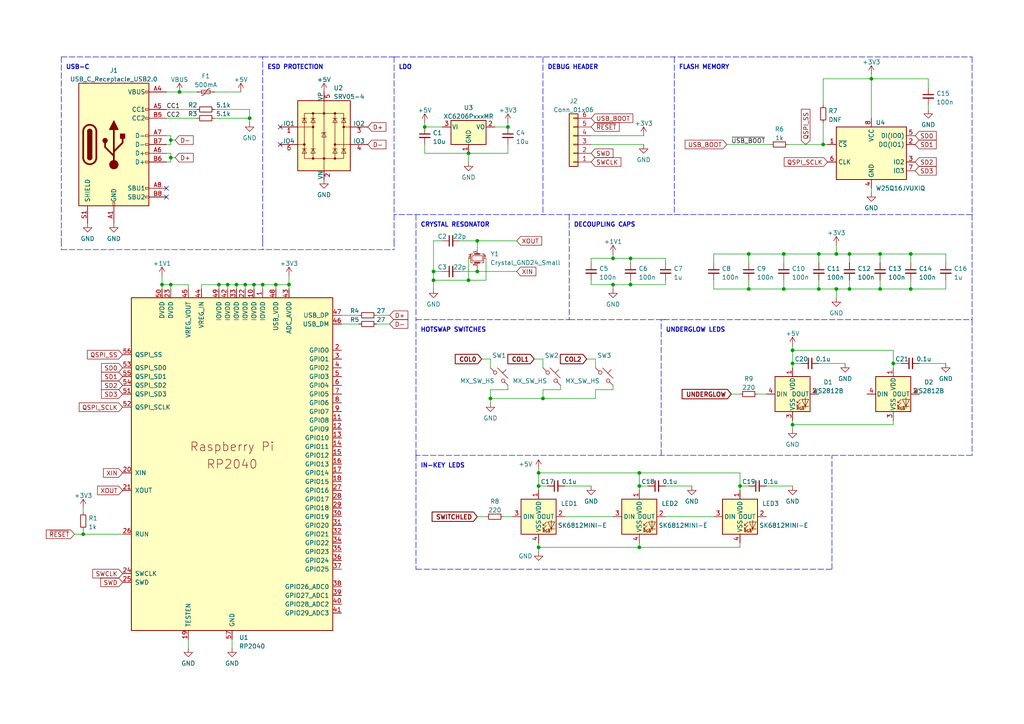
<source format=kicad_sch>
(kicad_sch (version 20211123) (generator eeschema)
  (paper "A4")
  (title_block (title "RP2040 3K KEYPAD") (company "tokaku"))
  (lib_symbols
    (symbol "Connector:USB_C_Receptacle_USB2.0" (pin_names (offset 1.016))
      (property "Reference" "J" (at -10.16 19.05 0))
      (property "Value" "USB_C_Receptacle_USB2.0" (at 19.05 19.05 0))
      (symbol "USB_C_Receptacle_USB2.0_1_1"
        (pin passive line (at 0 -22.86 90) (length 5.08) (name "GND") (number "A1"))
        (pin passive line (at 0 -22.86 90) (length 5.08) hide (name "GND") (number "A12"))
        (pin passive line (at 15.24 15.24 180) (length 5.08) (name "VBUS") (number "A4"))
        (pin bidirectional line (at 15.24 10.16 180) (length 5.08) (name "CC1") (number "A5"))
        (pin bidirectional line (at 15.24 -2.54 180) (length 5.08) (name "D+") (number "A6"))
        (pin bidirectional line (at 15.24 2.54 180) (length 5.08) (name "D-") (number "A7"))
        (pin bidirectional line (at 15.24 -12.7 180) (length 5.08) (name "SBU1") (number "A8"))
        (pin passive line (at 15.24 15.24 180) (length 5.08) hide (name "VBUS") (number "A9"))
        (pin passive line (at 0 -22.86 90) (length 5.08) hide (name "GND") (number "B1"))
        (pin passive line (at 0 -22.86 90) (length 5.08) hide (name "GND") (number "B12"))
        (pin passive line (at 15.24 15.24 180) (length 5.08) hide (name "VBUS") (number "B4"))
        (pin bidirectional line (at 15.24 7.62 180) (length 5.08) (name "CC2") (number "B5"))
        (pin bidirectional line (at 15.24 -5.08 180) (length 5.08) (name "D+") (number "B6"))
        (pin bidirectional line (at 15.24 0 180) (length 5.08) (name "D-") (number "B7"))
        (pin bidirectional line (at 15.24 -15.24 180) (length 5.08) (name "SBU2") (number "B8"))
        (pin passive line (at 15.24 15.24 180) (length 5.08) hide (name "VBUS") (number "B9"))
        (pin passive line (at -7.62 -22.86 90) (length 5.08) (name "SHIELD") (number "S1"))
      )
    )
    (symbol "Connector_Generic:Conn_01x06" (pin_names (offset 1.016) hide)
      (property "Reference" "J" (at 0 7.62 0))
      (property "Value" "Conn_01x06" (at 0 -10.16 0))
      (symbol "Conn_01x06_1_1"
        (pin passive line (at -5.08 5.08 0) (length 3.81) (name "Pin_1") (number "1"))
        (pin passive line (at -5.08 2.54 0) (length 3.81) (name "Pin_2") (number "2"))
        (pin passive line (at -5.08 0 0) (length 3.81) (name "Pin_3") (number "3"))
        (pin passive line (at -5.08 -2.54 0) (length 3.81) (name "Pin_4") (number "4"))
        (pin passive line (at -5.08 -5.08 0) (length 3.81) (name "Pin_5") (number "5"))
        (pin passive line (at -5.08 -7.62 0) (length 3.81) (name "Pin_6") (number "6"))
      )
    )
    (symbol "Device:C_Small" (pin_numbers hide) (pin_names (offset 0.254) hide)
      (property "Reference" "C" (at 0.254 1.778 0))
      (property "Value" "C_Small" (at 0.254 -2.032 0))
      (symbol "C_Small_1_1"
        (pin passive line (at 0 2.54 270) (length 2.032) (name "~") (number "1"))
        (pin passive line (at 0 -2.54 90) (length 2.032) (name "~") (number "2"))
      )
    )
    (symbol "Device:Crystal_GND24_Small" (pin_names (offset 1.016) hide)
      (property "Reference" "Y" (at 1.27 4.445 0))
      (property "Value" "Crystal_GND24_Small" (at 1.27 2.54 0))
      (symbol "Crystal_GND24_Small_1_1"
        (pin passive line (at -2.54 0 0) (length 1.27) (name "1") (number "1"))
        (pin passive line (at 0 -2.54 90) (length 0.635) (name "2") (number "2"))
        (pin passive line (at 2.54 0 180) (length 1.27) (name "3") (number "3"))
        (pin passive line (at 0 2.54 270) (length 0.635) (name "4") (number "4"))
      )
    )
    (symbol "Device:Polyfuse_Small" (pin_numbers hide) (pin_names (offset 0))
      (property "Reference" "F" (at -1.905 0 90))
      (property "Value" "Polyfuse_Small" (at 1.905 0 90))
      (symbol "Polyfuse_Small_1_1"
        (pin passive line (at 0 2.54 270) (length 0.635) (name "~") (number "1"))
        (pin passive line (at 0 -2.54 90) (length 0.635) (name "~") (number "2"))
      )
    )
    (symbol "Device:R_Small" (pin_numbers hide) (pin_names (offset 0.254) hide)
      (property "Reference" "R" (at 0.762 0.508 0))
      (property "Value" "R_Small" (at 0.762 -1.016 0))
      (symbol "R_Small_1_1"
        (pin passive line (at 0 2.54 270) (length 0.762) (name "~") (number "1"))
        (pin passive line (at 0 -2.54 90) (length 0.762) (name "~") (number "2"))
      )
    )
    (symbol "LED:WS2812B" (pin_names (offset 0.254))
      (property "Reference" "D" (at 5.08 5.715 0))
      (property "Value" "WS2812B" (at 1.27 -5.715 0))
      (symbol "WS2812B_0_0"
        (text "RGB" (at 2.286 -4.191 0) (effects (font (size 0.762 0.762))))
      )
      (symbol "WS2812B_1_1"
        (pin power_in line (at 0 7.62 270) (length 2.54) (name "VDD") (number "1"))
        (pin output line (at 7.62 0 180) (length 2.54) (name "DOUT") (number "2"))
        (pin power_in line (at 0 -7.62 90) (length 2.54) (name "VSS") (number "3"))
        (pin input line (at -7.62 0 0) (length 2.54) (name "DIN") (number "4"))
      )
    )
    (symbol "MCU_RaspberryPi_RP2040:RP2040" (pin_names (offset 1.016))
      (property "Reference" "U" (at -29.21 49.53 0))
      (property "Value" "RP2040" (at 24.13 -49.53 0))
      (symbol "RP2040_0_0"
        (text "Raspberry Pi" (at 0 5.08 0) (effects (font (size 2.54 2.54))))
        (text "RP2040" (at 0 0 0) (effects (font (size 2.54 2.54))))
      )
      (symbol "RP2040_1_1"
        (pin power_in line (at 8.89 50.8 270) (length 2.54) (name "IOVDD") (number "1"))
        (pin power_in line (at 6.35 50.8 270) (length 2.54) (name "IOVDD") (number "10"))
        (pin bidirectional line (at 31.75 12.7 180) (length 2.54) (name "GPIO8") (number "11"))
        (pin bidirectional line (at 31.75 10.16 180) (length 2.54) (name "GPIO9") (number "12"))
        (pin bidirectional line (at 31.75 7.62 180) (length 2.54) (name "GPIO10") (number "13"))
        (pin bidirectional line (at 31.75 5.08 180) (length 2.54) (name "GPIO11") (number "14"))
        (pin bidirectional line (at 31.75 2.54 180) (length 2.54) (name "GPIO12") (number "15"))
        (pin bidirectional line (at 31.75 0 180) (length 2.54) (name "GPIO13") (number "16"))
        (pin bidirectional line (at 31.75 -2.54 180) (length 2.54) (name "GPIO14") (number "17"))
        (pin bidirectional line (at 31.75 -5.08 180) (length 2.54) (name "GPIO15") (number "18"))
        (pin passive line (at -12.7 -50.8 90) (length 2.54) (name "TESTEN") (number "19"))
        (pin bidirectional line (at 31.75 33.02 180) (length 2.54) (name "GPIO0") (number "2"))
        (pin input line (at -31.75 -2.54 0) (length 2.54) (name "XIN") (number "20"))
        (pin passive line (at -31.75 -7.62 0) (length 2.54) (name "XOUT") (number "21"))
        (pin power_in line (at 3.81 50.8 270) (length 2.54) (name "IOVDD") (number "22"))
        (pin power_in line (at -17.78 50.8 270) (length 2.54) (name "DVDD") (number "23"))
        (pin output line (at -31.75 -31.75 0) (length 2.54) (name "SWCLK") (number "24"))
        (pin bidirectional line (at -31.75 -34.29 0) (length 2.54) (name "SWD") (number "25"))
        (pin input line (at -31.75 -20.32 0) (length 2.54) (name "RUN") (number "26"))
        (pin bidirectional line (at 31.75 -7.62 180) (length 2.54) (name "GPIO16") (number "27"))
        (pin bidirectional line (at 31.75 -10.16 180) (length 2.54) (name "GPIO17") (number "28"))
        (pin bidirectional line (at 31.75 -12.7 180) (length 2.54) (name "GPIO18") (number "29"))
        (pin bidirectional line (at 31.75 30.48 180) (length 2.54) (name "GPIO1") (number "3"))
        (pin bidirectional line (at 31.75 -15.24 180) (length 2.54) (name "GPIO19") (number "30"))
        (pin bidirectional line (at 31.75 -17.78 180) (length 2.54) (name "GPIO20") (number "31"))
        (pin bidirectional line (at 31.75 -20.32 180) (length 2.54) (name "GPIO21") (number "32"))
        (pin power_in line (at 1.27 50.8 270) (length 2.54) (name "IOVDD") (number "33"))
        (pin bidirectional line (at 31.75 -22.86 180) (length 2.54) (name "GPIO22") (number "34"))
        (pin bidirectional line (at 31.75 -25.4 180) (length 2.54) (name "GPIO23") (number "35"))
        (pin bidirectional line (at 31.75 -27.94 180) (length 2.54) (name "GPIO24") (number "36"))
        (pin bidirectional line (at 31.75 -30.48 180) (length 2.54) (name "GPIO25") (number "37"))
        (pin bidirectional line (at 31.75 -35.56 180) (length 2.54) (name "GPIO26_ADC0") (number "38"))
        (pin bidirectional line (at 31.75 -38.1 180) (length 2.54) (name "GPIO27_ADC1") (number "39"))
        (pin bidirectional line (at 31.75 27.94 180) (length 2.54) (name "GPIO2") (number "4"))
        (pin bidirectional line (at 31.75 -40.64 180) (length 2.54) (name "GPIO28_ADC2") (number "40"))
        (pin bidirectional line (at 31.75 -43.18 180) (length 2.54) (name "GPIO29_ADC3") (number "41"))
        (pin power_in line (at -1.27 50.8 270) (length 2.54) (name "IOVDD") (number "42"))
        (pin power_in line (at 16.51 50.8 270) (length 2.54) (name "ADC_AVDD") (number "43"))
        (pin power_in line (at -8.89 50.8 270) (length 2.54) (name "VREG_IN") (number "44"))
        (pin power_out line (at -12.7 50.8 270) (length 2.54) (name "VREG_VOUT") (number "45"))
        (pin bidirectional line (at 31.75 40.64 180) (length 2.54) (name "USB_DM") (number "46"))
        (pin bidirectional line (at 31.75 43.18 180) (length 2.54) (name "USB_DP") (number "47"))
        (pin power_in line (at 12.7 50.8 270) (length 2.54) (name "USB_VDD") (number "48"))
        (pin power_in line (at -3.81 50.8 270) (length 2.54) (name "IOVDD") (number "49"))
        (pin bidirectional line (at 31.75 25.4 180) (length 2.54) (name "GPIO3") (number "5"))
        (pin power_in line (at -20.32 50.8 270) (length 2.54) (name "DVDD") (number "50"))
        (pin bidirectional line (at -31.75 20.32 0) (length 2.54) (name "QSPI_SD3") (number "51"))
        (pin output line (at -31.75 16.51 0) (length 2.54) (name "QSPI_SCLK") (number "52"))
        (pin bidirectional line (at -31.75 27.94 0) (length 2.54) (name "QSPI_SD0") (number "53"))
        (pin bidirectional line (at -31.75 22.86 0) (length 2.54) (name "QSPI_SD2") (number "54"))
        (pin bidirectional line (at -31.75 25.4 0) (length 2.54) (name "QSPI_SD1") (number "55"))
        (pin bidirectional line (at -31.75 31.75 0) (length 2.54) (name "QSPI_SS") (number "56"))
        (pin power_in line (at 0 -50.8 90) (length 2.54) (name "GND") (number "57"))
        (pin bidirectional line (at 31.75 22.86 180) (length 2.54) (name "GPIO4") (number "6"))
        (pin bidirectional line (at 31.75 20.32 180) (length 2.54) (name "GPIO5") (number "7"))
        (pin bidirectional line (at 31.75 17.78 180) (length 2.54) (name "GPIO6") (number "8"))
        (pin bidirectional line (at 31.75 15.24 180) (length 2.54) (name "GPIO7") (number "9"))
      )
    )
    (symbol "Memory_Flash:W25Q32JVSS"
      (property "Reference" "U" (at -8.89 8.89 0))
      (property "Value" "W25Q32JVSS" (at 7.62 8.89 0))
      (symbol "W25Q32JVSS_1_1"
        (pin input line (at -12.7 2.54 0) (length 2.54) (name "~{CS}") (number "1"))
        (pin bidirectional line (at 12.7 2.54 180) (length 2.54) (name "DO(IO1)") (number "2"))
        (pin bidirectional line (at 12.7 -2.54 180) (length 2.54) (name "IO2") (number "3"))
        (pin power_in line (at 0 -10.16 90) (length 2.54) (name "GND") (number "4"))
        (pin bidirectional line (at 12.7 5.08 180) (length 2.54) (name "DI(IO0)") (number "5"))
        (pin input line (at -12.7 -2.54 0) (length 2.54) (name "CLK") (number "6"))
        (pin bidirectional line (at 12.7 -5.08 180) (length 2.54) (name "IO3") (number "7"))
        (pin power_in line (at 0 10.16 270) (length 2.54) (name "VCC") (number "8"))
      )
    )
    (symbol "Regulator_Linear:XC6206PxxxMR" (pin_names (offset 0.254))
      (property "Reference" "U" (at -3.81 3.175 0))
      (property "Value" "XC6206PxxxMR" (at 0 3.175 0))
      (symbol "XC6206PxxxMR_1_1"
        (pin power_in line (at 0 -7.62 90) (length 2.54) (name "GND") (number "1"))
        (pin power_out line (at 7.62 0 180) (length 2.54) (name "VO") (number "2"))
        (pin power_in line (at -7.62 0 0) (length 2.54) (name "VI") (number "3"))
      )
    )
    (symbol "marbastlib-mx:MX_SW_HS" (pin_numbers hide) (pin_names (offset 1.016) hide)
      (property "Reference" "SW" (at 3.048 1.016 0))
      (property "Value" "MX_SW_HS" (at 0 -3.81 0))
      (symbol "MX_SW_HS_0_1"
        (pin passive line (at -2.54 2.54 0) (length 0) (name "1") (number "1"))
        (pin passive line (at 2.54 -2.54 180) (length 0) (name "2") (number "2"))
      )
    )
    (symbol "marbastlib-various:SK6812MINI-E"
      (property "Reference" "LED" (at 2.54 -6.35 0))
      (property "Value" "SK6812MINI-E" (at 7.62 6.35 0))
      (symbol "SK6812MINI-E_0_0"
        (text "RGB" (at 2.286 -4.191 0) (effects (font (size 0.762 0.762))))
      )
      (symbol "SK6812MINI-E_1_1"
        (pin power_in line (at 0 7.62 270) (length 2.54) (name "VDD") (number "1"))
        (pin output line (at 7.62 0 180) (length 2.54) (name "DOUT") (number "2"))
        (pin input line (at -7.62 0 0) (length 2.54) (name "DIN") (number "3"))
        (pin power_in line (at 0 -7.62 90) (length 2.54) (name "VSS") (number "4"))
      )
    )
    (symbol "marbastlib-various:SRV05-4" (pin_names (offset 0))
      (property "Reference" "U" (at -5.08 11.43 0))
      (property "Value" "SRV05-4" (at 2.54 11.43 0))
      (symbol "SRV05-4_1_1"
        (pin passive line (at -12.7 2.54 0) (length 5.08) (name "IO1") (number "1"))
        (pin passive line (at 0 -12.7 90) (length 2.54) (name "VN") (number "2"))
        (pin passive line (at 12.7 2.54 180) (length 5.08) (name "IO2") (number "3"))
        (pin passive line (at 12.7 -2.54 180) (length 5.08) (name "IO3") (number "4"))
        (pin passive line (at 0 12.7 270) (length 2.54) (name "VP") (number "5"))
        (pin passive line (at -12.7 -2.54 0) (length 5.08) (name "IO4") (number "6"))
      )
    )
    (symbol "power:+1V1" (power) (pin_names (offset 0))
      (property "Value" "+1V1" (at 0 3.556 0))
      (symbol "+1V1_1_1"
        (pin power_in line (at 0 0 90) (length 0) hide (name "+1V1") (number "1"))
      )
    )
    (symbol "power:+3V3" (power) (pin_names (offset 0))
      (property "Value" "+3V3" (at 0 3.556 0))
      (symbol "+3V3_1_1"
        (pin power_in line (at 0 0 90) (length 0) hide (name "+3V3") (number "1"))
      )
    )
    (symbol "power:+5V" (power) (pin_names (offset 0))
      (property "Value" "+5V" (at 0 3.556 0))
      (symbol "+5V_1_1"
        (pin power_in line (at 0 0 90) (length 0) hide (name "+5V") (number "1"))
      )
    )
    (symbol "power:GND" (power) (pin_names (offset 0))
      (property "Value" "GND" (at 0 -3.81 0))
      (symbol "GND_1_1"
        (pin power_in line (at 0 0 270) (length 0) hide (name "GND") (number "1"))
      )
    )
    (symbol "power:VBUS" (power) (pin_names (offset 0))
      (property "Value" "VBUS" (at 0 3.81 0))
      (symbol "VBUS_1_1"
        (pin power_in line (at 0 0 90) (length 0) hide (name "VBUS") (number "1"))
      )
    )
  )
  (junction (at 182.88 74.93))
  (junction (at 182.88 82.55))
  (junction (at 123.19 36.83))
  (junction (at 255.27 83.82))
  (junction (at 242.57 73.66))
  (junction (at 156.21 140.97))
  (junction (at 242.57 83.82))
  (junction (at 259.08 105.41))
  (junction (at 156.21 158.75))
  (junction (at 63.5 82.55))
  (junction (at 66.04 82.55))
  (junction (at 177.8 74.93))
  (junction (at 214.63 140.97))
  (junction (at 217.17 73.66))
  (junction (at 238.76 41.91))
  (junction (at 246.38 73.66))
  (junction (at 185.42 140.97))
  (junction (at 156.21 137.16))
  (junction (at 246.38 83.82))
  (junction (at 255.27 73.66))
  (junction (at 227.33 83.82))
  (junction (at 185.42 137.16))
  (junction (at 125.73 81.28))
  (junction (at 49.53 45.72))
  (junction (at 237.49 83.82))
  (junction (at 229.87 105.41))
  (junction (at 177.8 82.55))
  (junction (at 135.89 81.28))
  (junction (at 264.16 73.66))
  (junction (at 52.07 26.67))
  (junction (at 49.53 40.64))
  (junction (at 252.73 22.86))
  (junction (at 68.58 82.55))
  (junction (at 217.17 83.82))
  (junction (at 46.99 82.55))
  (junction (at 135.89 44.45))
  (junction (at 125.73 78.74))
  (junction (at 229.87 101.6))
  (junction (at 227.33 73.66))
  (junction (at 24.13 154.94))
  (junction (at 138.43 69.85))
  (junction (at 80.01 82.55))
  (junction (at 147.32 36.83))
  (junction (at 76.2 82.55))
  (junction (at 49.53 82.55))
  (junction (at 73.66 82.55))
  (junction (at 237.49 73.66))
  (junction (at 185.42 158.75))
  (junction (at 72.39 34.29))
  (junction (at 157.48 115.57))
  (junction (at 83.82 82.55))
  (junction (at 138.43 78.74))
  (junction (at 229.87 123.19))
  (junction (at 71.12 82.55))
  (junction (at 264.16 83.82))
  (junction (at 142.24 115.57))
  (no_connect (at 48.26 57.15))
  (no_connect (at 48.26 54.61))
  (no_connect (at 81.28 36.83))
  (no_connect (at 81.28 41.91))
  (wire (pts (xy 48.26 26.67) (xy 52.07 26.67)))
  (wire (pts (xy 72.39 35.56) (xy 72.39 34.29)))
  (wire (pts (xy 63.5 82.55) (xy 63.5 83.82)))
  (polyline (pts (xy 120.65 132.08) (xy 120.65 165.1)))
  (wire (pts (xy 135.89 81.28) (xy 140.97 81.28)))
  (wire (pts (xy 193.04 81.28) (xy 193.04 82.55)))
  (wire (pts (xy 264.16 83.82) (xy 255.27 83.82)))
  (wire (pts (xy 172.72 113.03) (xy 177.8 113.03)))
  (wire (pts (xy 49.53 39.37) (xy 49.53 40.64)))
  (wire (pts (xy 21.59 154.94) (xy 24.13 154.94)))
  (wire (pts (xy 83.82 82.55) (xy 83.82 83.82)))
  (polyline (pts (xy 114.3 69.85) (xy 114.3 72.39)))
  (wire (pts (xy 48.26 44.45) (xy 49.53 44.45)))
  (wire (pts (xy 229.87 101.6) (xy 229.87 105.41)))
  (wire (pts (xy 135.89 44.45) (xy 135.89 46.99)))
  (wire (pts (xy 154.94 104.14) (xy 157.48 104.14)))
  (wire (pts (xy 138.43 78.74) (xy 149.86 78.74)))
  (wire (pts (xy 49.53 45.72) (xy 49.53 46.99)))
  (wire (pts (xy 156.21 140.97) (xy 158.75 140.97)))
  (polyline (pts (xy 281.94 16.51) (xy 281.94 62.23)))
  (wire (pts (xy 58.42 82.55) (xy 58.42 83.82)))
  (wire (pts (xy 49.53 45.72) (xy 50.8 45.72)))
  (wire (pts (xy 72.39 31.75) (xy 72.39 34.29)))
  (polyline (pts (xy 281.94 62.23) (xy 281.94 92.71)))
  (wire (pts (xy 171.45 82.55) (xy 177.8 82.55)))
  (wire (pts (xy 143.51 36.83) (xy 147.32 36.83)))
  (wire (pts (xy 54.61 82.55) (xy 49.53 82.55)))
  (wire (pts (xy 71.12 82.55) (xy 68.58 82.55)))
  (wire (pts (xy 68.58 82.55) (xy 68.58 83.82)))
  (wire (pts (xy 171.45 76.2) (xy 171.45 74.93)))
  (wire (pts (xy 259.08 105.41) (xy 261.62 105.41)))
  (wire (pts (xy 212.09 114.3) (xy 214.63 114.3)))
  (wire (pts (xy 274.32 83.82) (xy 264.16 83.82)))
  (wire (pts (xy 156.21 137.16) (xy 156.21 140.97)))
  (wire (pts (xy 123.19 35.56) (xy 123.19 36.83)))
  (wire (pts (xy 214.63 140.97) (xy 214.63 142.24)))
  (wire (pts (xy 227.33 81.28) (xy 227.33 83.82)))
  (wire (pts (xy 259.08 105.41) (xy 259.08 106.68)))
  (wire (pts (xy 170.18 104.14) (xy 172.72 104.14)))
  (wire (pts (xy 193.04 74.93) (xy 193.04 76.2)))
  (wire (pts (xy 73.66 82.55) (xy 73.66 83.82)))
  (wire (pts (xy 255.27 83.82) (xy 246.38 83.82)))
  (wire (pts (xy 67.31 185.42) (xy 67.31 187.96)))
  (wire (pts (xy 177.8 113.03) (xy 177.8 111.76)))
  (polyline (pts (xy 17.78 16.51) (xy 76.2 16.51)))
  (wire (pts (xy 217.17 73.66) (xy 227.33 73.66)))
  (polyline (pts (xy 120.65 132.08) (xy 120.65 92.71)))
  (polyline (pts (xy 114.3 16.51) (xy 114.3 69.85)))
  (wire (pts (xy 48.26 39.37) (xy 49.53 39.37)))
  (wire (pts (xy 252.73 22.86) (xy 252.73 34.29)))
  (polyline (pts (xy 120.65 165.1) (xy 241.3 165.1)))
  (wire (pts (xy 54.61 185.42) (xy 54.61 187.96)))
  (wire (pts (xy 269.24 25.4) (xy 269.24 22.86)))
  (wire (pts (xy 177.8 82.55) (xy 182.88 82.55)))
  (wire (pts (xy 252.73 21.59) (xy 252.73 22.86)))
  (polyline (pts (xy 120.65 92.71) (xy 165.1 92.71)))
  (wire (pts (xy 49.53 82.55) (xy 49.53 83.82)))
  (wire (pts (xy 157.48 104.14) (xy 157.48 106.68)))
  (wire (pts (xy 48.26 41.91) (xy 49.53 41.91)))
  (wire (pts (xy 142.24 115.57) (xy 142.24 113.03)))
  (wire (pts (xy 237.49 73.66) (xy 237.49 76.2)))
  (wire (pts (xy 237.49 81.28) (xy 237.49 83.82)))
  (wire (pts (xy 185.42 158.75) (xy 185.42 157.48)))
  (wire (pts (xy 193.04 149.86) (xy 207.01 149.86)))
  (polyline (pts (xy 157.48 16.51) (xy 157.48 62.23)))
  (wire (pts (xy 264.16 76.2) (xy 264.16 73.66)))
  (wire (pts (xy 238.76 41.91) (xy 240.03 41.91)))
  (wire (pts (xy 80.01 82.55) (xy 76.2 82.55)))
  (polyline (pts (xy 165.1 92.71) (xy 281.94 92.71)))
  (wire (pts (xy 142.24 116.84) (xy 142.24 115.57)))
  (wire (pts (xy 49.53 40.64) (xy 50.8 40.64)))
  (wire (pts (xy 259.08 101.6) (xy 259.08 105.41)))
  (wire (pts (xy 207.01 83.82) (xy 207.01 81.28)))
  (wire (pts (xy 138.43 149.86) (xy 140.97 149.86)))
  (wire (pts (xy 246.38 83.82) (xy 242.57 83.82)))
  (wire (pts (xy 182.88 81.28) (xy 182.88 82.55)))
  (wire (pts (xy 156.21 137.16) (xy 185.42 137.16)))
  (wire (pts (xy 163.83 149.86) (xy 177.8 149.86)))
  (wire (pts (xy 76.2 82.55) (xy 76.2 83.82)))
  (wire (pts (xy 172.72 115.57) (xy 172.72 113.03)))
  (wire (pts (xy 227.33 83.82) (xy 217.17 83.82)))
  (polyline (pts (xy 281.94 62.23) (xy 114.3 62.23)))
  (wire (pts (xy 125.73 81.28) (xy 125.73 83.82)))
  (polyline (pts (xy 76.2 69.85) (xy 76.2 72.39)))
  (wire (pts (xy 156.21 135.89) (xy 156.21 137.16)))
  (wire (pts (xy 177.8 73.66) (xy 177.8 74.93)))
  (wire (pts (xy 46.99 82.55) (xy 46.99 83.82)))
  (wire (pts (xy 185.42 137.16) (xy 214.63 137.16)))
  (wire (pts (xy 138.43 69.85) (xy 149.86 69.85)))
  (wire (pts (xy 255.27 81.28) (xy 255.27 83.82)))
  (polyline (pts (xy 76.2 69.85) (xy 76.2 16.51)))
  (wire (pts (xy 157.48 113.03) (xy 162.56 113.03)))
  (wire (pts (xy 246.38 73.66) (xy 255.27 73.66)))
  (wire (pts (xy 163.83 140.97) (xy 171.45 140.97)))
  (polyline (pts (xy 191.77 132.08) (xy 191.77 92.71)))
  (wire (pts (xy 219.71 114.3) (xy 222.25 114.3)))
  (polyline (pts (xy 281.94 132.08) (xy 120.65 132.08)))
  (wire (pts (xy 255.27 73.66) (xy 255.27 76.2)))
  (wire (pts (xy 83.82 82.55) (xy 80.01 82.55)))
  (wire (pts (xy 259.08 123.19) (xy 259.08 121.92)))
  (polyline (pts (xy 241.3 165.1) (xy 241.3 132.08)))
  (wire (pts (xy 46.99 80.01) (xy 46.99 82.55)))
  (wire (pts (xy 99.06 93.98) (xy 104.14 93.98)))
  (polyline (pts (xy 17.78 69.85) (xy 17.78 72.39)))
  (wire (pts (xy 238.76 22.86) (xy 238.76 30.48)))
  (wire (pts (xy 62.23 26.67) (xy 69.85 26.67)))
  (wire (pts (xy 99.06 91.44) (xy 104.14 91.44)))
  (wire (pts (xy 217.17 73.66) (xy 217.17 76.2)))
  (wire (pts (xy 133.35 78.74) (xy 138.43 78.74)))
  (wire (pts (xy 71.12 82.55) (xy 71.12 83.82)))
  (wire (pts (xy 66.04 82.55) (xy 66.04 83.82)))
  (wire (pts (xy 125.73 78.74) (xy 125.73 81.28)))
  (wire (pts (xy 182.88 74.93) (xy 193.04 74.93)))
  (wire (pts (xy 52.07 26.67) (xy 57.15 26.67)))
  (polyline (pts (xy 281.94 92.71) (xy 281.94 132.08)))
  (wire (pts (xy 177.8 82.55) (xy 177.8 83.82)))
  (wire (pts (xy 147.32 113.03) (xy 147.32 111.76)))
  (wire (pts (xy 48.26 31.75) (xy 57.15 31.75)))
  (wire (pts (xy 210.82 41.91) (xy 223.52 41.91)))
  (wire (pts (xy 269.24 30.48) (xy 269.24 31.75)))
  (wire (pts (xy 227.33 73.66) (xy 227.33 76.2)))
  (wire (pts (xy 246.38 73.66) (xy 246.38 76.2)))
  (wire (pts (xy 147.32 44.45) (xy 147.32 41.91)))
  (wire (pts (xy 214.63 137.16) (xy 214.63 140.97)))
  (wire (pts (xy 162.56 113.03) (xy 162.56 111.76)))
  (polyline (pts (xy 114.3 16.51) (xy 281.94 16.51)))
  (wire (pts (xy 135.89 44.45) (xy 147.32 44.45)))
  (wire (pts (xy 171.45 74.93) (xy 177.8 74.93)))
  (wire (pts (xy 242.57 83.82) (xy 237.49 83.82)))
  (wire (pts (xy 207.01 76.2) (xy 207.01 73.66)))
  (wire (pts (xy 140.97 81.28) (xy 140.97 74.93)))
  (wire (pts (xy 185.42 140.97) (xy 185.42 142.24)))
  (wire (pts (xy 266.7 105.41) (xy 274.32 105.41)))
  (wire (pts (xy 242.57 73.66) (xy 246.38 73.66)))
  (wire (pts (xy 171.45 81.28) (xy 171.45 82.55)))
  (wire (pts (xy 142.24 104.14) (xy 142.24 106.68)))
  (wire (pts (xy 229.87 105.41) (xy 229.87 106.68)))
  (polyline (pts (xy 191.77 92.71) (xy 193.04 92.71)))
  (wire (pts (xy 49.53 44.45) (xy 49.53 45.72)))
  (wire (pts (xy 66.04 82.55) (xy 63.5 82.55)))
  (wire (pts (xy 138.43 69.85) (xy 138.43 72.39)))
  (wire (pts (xy 222.25 140.97) (xy 229.87 140.97)))
  (wire (pts (xy 80.01 82.55) (xy 80.01 83.82)))
  (wire (pts (xy 73.66 82.55) (xy 71.12 82.55)))
  (wire (pts (xy 217.17 81.28) (xy 217.17 83.82)))
  (wire (pts (xy 125.73 81.28) (xy 135.89 81.28)))
  (wire (pts (xy 109.22 91.44) (xy 113.03 91.44)))
  (wire (pts (xy 264.16 81.28) (xy 264.16 83.82)))
  (wire (pts (xy 24.13 153.67) (xy 24.13 154.94)))
  (polyline (pts (xy 17.78 72.39) (xy 114.3 72.39)))
  (wire (pts (xy 229.87 121.92) (xy 229.87 123.19)))
  (wire (pts (xy 274.32 81.28) (xy 274.32 83.82)))
  (wire (pts (xy 125.73 69.85) (xy 125.73 78.74)))
  (wire (pts (xy 242.57 83.82) (xy 242.57 86.36)))
  (wire (pts (xy 54.61 83.82) (xy 54.61 82.55)))
  (wire (pts (xy 49.53 40.64) (xy 49.53 41.91)))
  (wire (pts (xy 228.6 41.91) (xy 238.76 41.91)))
  (wire (pts (xy 123.19 36.83) (xy 128.27 36.83)))
  (wire (pts (xy 238.76 35.56) (xy 238.76 41.91)))
  (polyline (pts (xy 17.78 16.51) (xy 17.78 69.85)))
  (wire (pts (xy 207.01 73.66) (xy 217.17 73.66)))
  (wire (pts (xy 229.87 123.19) (xy 229.87 124.46)))
  (wire (pts (xy 76.2 82.55) (xy 73.66 82.55)))
  (wire (pts (xy 24.13 147.32) (xy 24.13 148.59)))
  (wire (pts (xy 135.89 74.93) (xy 135.89 81.28)))
  (wire (pts (xy 142.24 115.57) (xy 157.48 115.57)))
  (wire (pts (xy 133.35 69.85) (xy 138.43 69.85)))
  (wire (pts (xy 185.42 158.75) (xy 214.63 158.75)))
  (wire (pts (xy 123.19 44.45) (xy 135.89 44.45)))
  (wire (pts (xy 156.21 158.75) (xy 156.21 160.02)))
  (wire (pts (xy 269.24 22.86) (xy 252.73 22.86)))
  (wire (pts (xy 24.13 154.94) (xy 35.56 154.94)))
  (wire (pts (xy 229.87 123.19) (xy 259.08 123.19)))
  (wire (pts (xy 156.21 158.75) (xy 185.42 158.75)))
  (wire (pts (xy 48.26 46.99) (xy 49.53 46.99)))
  (wire (pts (xy 177.8 74.93) (xy 182.88 74.93)))
  (wire (pts (xy 214.63 140.97) (xy 217.17 140.97)))
  (wire (pts (xy 214.63 158.75) (xy 214.63 157.48)))
  (wire (pts (xy 72.39 34.29) (xy 62.23 34.29)))
  (wire (pts (xy 237.49 73.66) (xy 242.57 73.66)))
  (wire (pts (xy 171.45 41.91) (xy 186.69 41.91)))
  (wire (pts (xy 227.33 73.66) (xy 237.49 73.66)))
  (wire (pts (xy 237.49 83.82) (xy 227.33 83.82)))
  (wire (pts (xy 229.87 100.33) (xy 229.87 101.6)))
  (wire (pts (xy 229.87 101.6) (xy 259.08 101.6)))
  (wire (pts (xy 229.87 105.41) (xy 232.41 105.41)))
  (wire (pts (xy 123.19 41.91) (xy 123.19 44.45)))
  (wire (pts (xy 171.45 39.37) (xy 186.69 39.37)))
  (polyline (pts (xy 195.58 16.51) (xy 195.58 62.23)))
  (wire (pts (xy 193.04 82.55) (xy 182.88 82.55)))
  (polyline (pts (xy 76.2 16.51) (xy 114.3 16.51)))
  (wire (pts (xy 138.43 77.47) (xy 138.43 78.74)))
  (wire (pts (xy 252.73 54.61) (xy 252.73 55.88)))
  (wire (pts (xy 264.16 73.66) (xy 274.32 73.66)))
  (wire (pts (xy 242.57 71.12) (xy 242.57 73.66)))
  (wire (pts (xy 255.27 73.66) (xy 264.16 73.66)))
  (wire (pts (xy 142.24 113.03) (xy 147.32 113.03)))
  (wire (pts (xy 157.48 115.57) (xy 172.72 115.57)))
  (wire (pts (xy 139.7 104.14) (xy 142.24 104.14)))
  (wire (pts (xy 62.23 31.75) (xy 72.39 31.75)))
  (wire (pts (xy 68.58 82.55) (xy 66.04 82.55)))
  (wire (pts (xy 128.27 78.74) (xy 125.73 78.74)))
  (wire (pts (xy 185.42 140.97) (xy 187.96 140.97)))
  (wire (pts (xy 252.73 22.86) (xy 238.76 22.86)))
  (wire (pts (xy 128.27 69.85) (xy 125.73 69.85)))
  (wire (pts (xy 217.17 83.82) (xy 207.01 83.82)))
  (wire (pts (xy 146.05 149.86) (xy 148.59 149.86)))
  (wire (pts (xy 156.21 140.97) (xy 156.21 142.24)))
  (wire (pts (xy 193.04 140.97) (xy 200.66 140.97)))
  (wire (pts (xy 182.88 74.93) (xy 182.88 76.2)))
  (wire (pts (xy 185.42 137.16) (xy 185.42 140.97)))
  (wire (pts (xy 48.26 34.29) (xy 57.15 34.29)))
  (wire (pts (xy 172.72 104.14) (xy 172.72 106.68)))
  (wire (pts (xy 274.32 73.66) (xy 274.32 76.2)))
  (wire (pts (xy 237.49 105.41) (xy 245.11 105.41)))
  (polyline (pts (xy 120.65 62.23) (xy 120.65 92.71)))
  (polyline (pts (xy 165.1 62.23) (xy 165.1 92.71)))
  (wire (pts (xy 156.21 157.48) (xy 156.21 158.75)))
  (wire (pts (xy 147.32 35.56) (xy 147.32 36.83)))
  (wire (pts (xy 63.5 82.55) (xy 58.42 82.55)))
  (wire (pts (xy 109.22 93.98) (xy 113.03 93.98)))
  (wire (pts (xy 83.82 80.01) (xy 83.82 82.55)))
  (wire (pts (xy 49.53 82.55) (xy 46.99 82.55)))
  (wire (pts (xy 246.38 81.28) (xy 246.38 83.82)))
  (wire (pts (xy 157.48 115.57) (xy 157.48 113.03)))
  (text "IN-KEY LEDS" (at 121.92 135.89 0) (effects (font (size 1.27 1.27) (thickness 0.254) bold) (justify left bottom)))
  (text "DEBUG HEADER" (at 158.75 20.32 0) (effects (font (size 1.27 1.27) (thickness 0.254) bold) (justify left bottom)))
  (text "USB-C" (at 19.05 20.32 0) (effects (font (size 1.27 1.27) (thickness 0.254) bold) (justify left bottom)))
  (text "UNDERGLOW LEDS" (at 193.04 96.52 0) (effects (font (size 1.27 1.27) (thickness 0.254) bold) (justify left bottom)))
  (text "HOTSWAP SWITCHES" (at 121.92 96.52 0) (effects (font (size 1.27 1.27) (thickness 0.254) bold) (justify left bottom)))
  (text "FLASH MEMORY" (at 196.85 20.32 0) (effects (font (size 1.27 1.27) (thickness 0.254) bold) (justify left bottom)))
  (text "ESD PROTECTION" (at 77.47 20.32 0) (effects (font (size 1.27 1.27) (thickness 0.254) bold) (justify left bottom)))
  (text "CRYSTAL RESONATOR" (at 121.92 66.04 0) (effects (font (size 1.27 1.27) (thickness 0.254) bold) (justify left bottom)))
  (text "DECOUPLING CAPS" (at 166.37 66.04 0) (effects (font (size 1.27 1.27) (thickness 0.254) bold) (justify left bottom)))
  (text "LDO" (at 115.57 20.32 0) (effects (font (size 1.27 1.27) (thickness 0.254) bold) (justify left bottom)))
  (label "CC1" (at 48.26 31.75 0))
  (label "CC2" (at 48.26 34.29 0))
  (label "~{USB_BOOT}" (at 212.09 41.91 0))
  (global_label "UNDERGLOW" (shape input) (at 212.09 114.3 180) (effects (font bold)) (property "Intersheet References" "${INTERSHEET_REFS}" (effects hide)))
  (global_label "SD2" (shape input) (at 265.43 46.99 0) (property "Intersheet References" "${INTERSHEET_REFS}" (effects hide)))
  (global_label "COL2" (shape input) (at 170.18 104.14 180) (effects (font bold)) (property "Intersheet References" "${INTERSHEET_REFS}" (effects hide)))
  (global_label "D-" (shape input) (at 113.03 93.98 0) (property "Intersheet References" "${INTERSHEET_REFS}" (effects hide)))
  (global_label "SWCLK" (shape input) (at 35.56 166.37 180) (property "Intersheet References" "${INTERSHEET_REFS}" (effects hide)))
  (global_label "QSPI_SCLK" (shape input) (at 240.03 46.99 180) (property "Intersheet References" "${INTERSHEET_REFS}" (effects hide)))
  (global_label "COL1" (shape input) (at 154.94 104.14 180) (effects (font bold)) (property "Intersheet References" "${INTERSHEET_REFS}" (effects hide)))
  (global_label "SWCLK" (shape input) (at 171.45 46.99 0) (property "Intersheet References" "${INTERSHEET_REFS}" (effects hide)))
  (global_label "D-" (shape input) (at 106.68 41.91 0) (property "Intersheet References" "${INTERSHEET_REFS}" (effects hide)))
  (global_label "COL0" (shape input) (at 139.7 104.14 180) (effects (font bold)) (property "Intersheet References" "${INTERSHEET_REFS}" (effects hide)))
  (global_label "D+" (shape input) (at 113.03 91.44 0) (property "Intersheet References" "${INTERSHEET_REFS}" (effects hide)))
  (global_label "XOUT" (shape input) (at 35.56 142.24 180) (property "Intersheet References" "${INTERSHEET_REFS}" (effects hide)))
  (global_label "QSPI_SCLK" (shape input) (at 35.56 118.11 180) (property "Intersheet References" "${INTERSHEET_REFS}" (effects hide)))
  (global_label "USB_BOOT" (shape input) (at 171.45 34.29 0) (property "Intersheet References" "${INTERSHEET_REFS}" (effects hide)))
  (global_label "D+" (shape input) (at 50.8 45.72 0) (property "Intersheet References" "${INTERSHEET_REFS}" (effects hide)))
  (global_label "SD1" (shape input) (at 35.56 109.22 180) (property "Intersheet References" "${INTERSHEET_REFS}" (effects hide)))
  (global_label "SD2" (shape input) (at 35.56 111.76 180) (property "Intersheet References" "${INTERSHEET_REFS}" (effects hide)))
  (global_label "D+" (shape input) (at 106.68 36.83 0) (property "Intersheet References" "${INTERSHEET_REFS}" (effects hide)))
  (global_label "QSPI_SS" (shape input) (at 233.68 41.91 90) (property "Intersheet References" "${INTERSHEET_REFS}" (effects hide)))
  (global_label "SWD" (shape input) (at 171.45 44.45 0) (property "Intersheet References" "${INTERSHEET_REFS}" (effects hide)))
  (global_label "SD0" (shape input) (at 265.43 39.37 0) (property "Intersheet References" "${INTERSHEET_REFS}" (effects hide)))
  (global_label "SWD" (shape input) (at 35.56 168.91 180) (property "Intersheet References" "${INTERSHEET_REFS}" (effects hide)))
  (global_label "SWITCHLED" (shape input) (at 138.43 149.86 180) (effects (font bold)) (property "Intersheet References" "${INTERSHEET_REFS}" (effects hide)))
  (global_label "D-" (shape input) (at 50.8 40.64 0) (property "Intersheet References" "${INTERSHEET_REFS}" (effects hide)))
  (global_label "USB_BOOT" (shape input) (at 210.82 41.91 180) (property "Intersheet References" "${INTERSHEET_REFS}" (effects hide)))
  (global_label "~{RESET}" (shape input) (at 171.45 36.83 0) (property "Intersheet References" "${INTERSHEET_REFS}" (effects hide)))
  (global_label "XOUT" (shape input) (at 149.86 69.85 0) (property "Intersheet References" "${INTERSHEET_REFS}" (effects hide)))
  (global_label "SD3" (shape input) (at 35.56 114.3 180) (property "Intersheet References" "${INTERSHEET_REFS}" (effects hide)))
  (global_label "XIN" (shape input) (at 35.56 137.16 180) (property "Intersheet References" "${INTERSHEET_REFS}" (effects hide)))
  (global_label "SD1" (shape input) (at 265.43 41.91 0) (property "Intersheet References" "${INTERSHEET_REFS}" (effects hide)))
  (global_label "~{RESET}" (shape input) (at 21.59 154.94 180) (property "Intersheet References" "${INTERSHEET_REFS}" (effects hide)))
  (global_label "SD3" (shape input) (at 265.43 49.53 0) (property "Intersheet References" "${INTERSHEET_REFS}" (effects hide)))
  (global_label "QSPI_SS" (shape input) (at 35.56 102.87 180) (property "Intersheet References" "${INTERSHEET_REFS}" (effects hide)))
  (global_label "SD0" (shape input) (at 35.56 106.68 180) (property "Intersheet References" "${INTERSHEET_REFS}" (effects hide)))
  (global_label "XIN" (shape input) (at 149.86 78.74 0) (property "Intersheet References" "${INTERSHEET_REFS}" (effects hide)))
  (symbol (lib_id "Device:C_Small") (at 217.17 78.74 0) (unit 1)
    (property "Reference" "C9" (at 219.4941 77.9116 0) (effects (justify left)))
    (property "Value" "100n" (at 219.4941 80.4485 0) (effects (justify left)))
    (property "Footprint" "Capacitor_SMD:C_0402_1005Metric" (effects hide))
  )
  (symbol (lib_id "power:GND") (at 245.11 105.41 0) (unit 1)
    (property "Reference" "#PWR0127" (effects hide))
    (property "Value" "GND" (at 245.11 109.8534 0))
  )
  (symbol (lib_id "power:GND") (at 135.89 46.99 0) (unit 1)
    (property "Reference" "#PWR0122" (effects hide))
    (property "Value" "GND" (at 135.89 51.4334 0))
  )
  (symbol (lib_id "power:+3V3") (at 242.57 71.12 0) (unit 1)
    (property "Reference" "#PWR0104" (effects hide))
    (property "Value" "+3V3" (at 242.57 67.5442 0))
  )
  (symbol (lib_id "power:GND") (at 25.4 64.77 0) (unit 1)
    (property "Reference" "#PWR0116" (effects hide))
    (property "Value" "GND" (at 25.4 69.2134 0))
  )
  (symbol (lib_id "Device:C_Small") (at 182.88 78.74 0) (unit 1)
    (property "Reference" "C6" (at 185.2041 77.9116 0) (effects (justify left)))
    (property "Value" "100n" (at 185.2041 80.4485 0) (effects (justify left)))
    (property "Footprint" "Capacitor_SMD:C_0402_1005Metric" (effects hide))
  )
  (symbol (lib_id "power:+5V") (at 156.21 135.89 0) (unit 1)
    (property "Reference" "#PWR0134" (effects hide))
    (property "Value" "+5V" (at 152.4 134.62 0))
  )
  (symbol (lib_id "Device:Crystal_GND24_Small") (at 138.43 74.93 270) (unit 1)
    (property "Reference" "Y1" (at 143.51 73.66 90))
    (property "Value" "Crystal_GND24_Small" (at 152.4 76.2 90))
    (property "Footprint" "Crystal:Crystal_SMD_3225-4Pin_3.2x2.5mm" (effects hide))
  )
  (symbol (lib_id "Device:R_Small") (at 106.68 93.98 90) (unit 1)
    (property "Reference" "R5" (at 102.87 92.71 90))
    (property "Value" "27" (at 110.49 92.71 90))
    (property "Footprint" "Resistor_SMD:R_0402_1005Metric" (effects hide))
  )
  (symbol (lib_id "power:GND") (at 156.21 160.02 0) (unit 1)
    (property "Reference" "#PWR0133" (effects hide))
    (property "Value" "GND" (at 152.4 161.29 0))
  )
  (symbol (lib_id "power:+5V") (at 123.19 35.56 0) (unit 1)
    (property "Reference" "#PWR0120" (effects hide))
    (property "Value" "+5V" (at 123.19 31.9842 0))
  )
  (symbol (lib_id "power:GND") (at 93.98 52.07 0) (unit 1)
    (property "Reference" "#PWR0121" (effects hide))
    (property "Value" "GND" (at 93.98 56.5134 0))
  )
  (symbol (lib_id "Device:C_Small") (at 130.81 69.85 90) (unit 1)
    (property "Reference" "C2" (at 128.27 68.58 90))
    (property "Value" "22p" (at 133.35 68.58 90))
    (property "Footprint" "Capacitor_SMD:C_0402_1005Metric" (effects hide))
  )
  (symbol (lib_id "power:+5V") (at 93.98 26.67 0) (unit 1)
    (property "Reference" "#PWR0123" (effects hide))
    (property "Value" "+5V" (at 93.98 23.0942 0))
  )
  (symbol (lib_id "marbastlib-mx:MX_SW_HS") (at 160.02 109.22 0) (unit 1)
    (property "Reference" "SW2" (at 160.02 103.1072 0))
    (property "Value" "MX_SW_HS" (at 153.67 110.49 0))
    (property "Footprint" "marbastlib-mx:SW_MX_HS_1u" (effects hide))
  )
  (symbol (lib_id "power:GND") (at 229.87 124.46 0) (unit 1)
    (property "Reference" "#PWR0129" (effects hide))
    (property "Value" "GND" (at 229.87 128.9034 0))
  )
  (symbol (lib_id "Device:R_Small") (at 226.06 41.91 90) (unit 1)
    (property "Reference" "R6" (at 226.06 37.4736 90))
    (property "Value" "1k" (at 226.06 40.0105 90))
    (property "Footprint" "Resistor_SMD:R_0402_1005Metric" (effects hide))
  )
  (symbol (lib_id "power:GND") (at 186.69 41.91 0) (unit 1)
    (property "Reference" "#PWR0106" (effects hide))
    (property "Value" "GND" (at 186.69 46.3534 0))
  )
  (symbol (lib_id "Device:C_Small") (at 123.19 39.37 0) (unit 1)
    (property "Reference" "C1" (at 125.5141 38.5416 0) (effects (justify left)))
    (property "Value" "10u" (at 125.5141 41.0785 0) (effects (justify left)))
    (property "Footprint" "Capacitor_SMD:C_0402_1005Metric" (effects hide))
  )
  (symbol (lib_id "Memory_Flash:W25Q32JVSS") (at 252.73 44.45 0) (unit 1)
    (property "Reference" "U4" (at 254 35.56 0) (effects (justify left)))
    (property "Value" "W25Q16JVUXIQ" (at 254 54.61 0) (effects (justify left)))
    (property "Footprint" "W25Q16JVUXIQTR part:PSON50P300X200X60-9N" (effects hide))
    (property "Datasheet" "http://www.winbond.com/resource-files/w25q32jv%20revg%2003272018%20plus.pdf" (effects hide))
  )
  (symbol (lib_id "Device:C_Small") (at 193.04 78.74 0) (unit 1)
    (property "Reference" "C7" (at 195.3641 77.9116 0) (effects (justify left)))
    (property "Value" "1u" (at 195.3641 80.4485 0) (effects (justify left)))
    (property "Footprint" "Capacitor_SMD:C_0402_1005Metric" (effects hide))
  )
  (symbol (lib_id "Device:C_Small") (at 237.49 78.74 0) (unit 1)
    (property "Reference" "C11" (at 239.8141 77.9116 0) (effects (justify left)))
    (property "Value" "100n" (at 239.8141 80.4485 0) (effects (justify left)))
    (property "Footprint" "Capacitor_SMD:C_0402_1005Metric" (effects hide))
  )
  (symbol (lib_id "power:+3V3") (at 186.69 39.37 0) (unit 1)
    (property "Reference" "#PWR0107" (effects hide))
    (property "Value" "+3V3" (at 186.69 35.7942 0))
  )
  (symbol (lib_id "Device:C_Small") (at 255.27 78.74 0) (unit 1)
    (property "Reference" "C13" (at 257.5941 77.9116 0) (effects (justify left)))
    (property "Value" "100n" (at 257.5941 80.4485 0) (effects (justify left)))
    (property "Footprint" "Capacitor_SMD:C_0402_1005Metric" (effects hide))
  )
  (symbol (lib_id "power:GND") (at 242.57 86.36 0) (unit 1)
    (property "Reference" "#PWR0103" (effects hide))
    (property "Value" "GND" (at 242.57 90.8034 0))
  )
  (symbol (lib_id "marbastlib-mx:MX_SW_HS") (at 144.78 109.22 0) (unit 1)
    (property "Reference" "SW1" (at 144.78 103.1072 0))
    (property "Value" "MX_SW_HS" (at 138.43 110.49 0))
    (property "Footprint" "marbastlib-mx:SW_MX_HS_1u" (effects hide))
  )
  (symbol (lib_id "Device:R_Small") (at 143.51 149.86 90) (unit 1)
    (property "Reference" "R8" (at 143.51 145.4236 90))
    (property "Value" "220" (at 143.51 147.9605 90))
    (property "Footprint" "Resistor_SMD:R_0402_1005Metric" (effects hide))
  )
  (symbol (lib_id "marbastlib-various:SRV05-4") (at 93.98 39.37 0) (unit 1)
    (property "Reference" "U2" (at 96.7487 25.5102 0) (effects (justify left)))
    (property "Value" "SRV05-4" (at 96.7487 28.0471 0) (effects (justify left)))
    (property "Footprint" "marbastlib-various:SOT-23-6-routable" (effects hide))
    (property "Datasheet" "http://www.onsemi.com/pub/Collateral/SRV05-4-D.PDF" (effects hide))
  )
  (symbol (lib_id "power:+5V") (at 229.87 100.33 0) (unit 1)
    (property "Reference" "#PWR0131" (effects hide))
    (property "Value" "+5V" (at 229.87 96.7542 0))
  )
  (symbol (lib_id "power:GND") (at 142.24 116.84 0) (unit 1)
    (property "Reference" "#PWR0135" (effects hide))
    (property "Value" "GND" (at 142.24 121.2834 0))
  )
  (symbol (lib_id "Device:R_Small") (at 106.68 91.44 90) (unit 1)
    (property "Reference" "R4" (at 102.87 90.17 90))
    (property "Value" "27" (at 110.49 90.17 90))
    (property "Footprint" "Resistor_SMD:R_0402_1005Metric" (effects hide))
  )
  (symbol (lib_id "power:+5V") (at 69.85 26.67 0) (unit 1)
    (property "Reference" "#PWR0112" (effects hide))
    (property "Value" "+5V" (at 69.85 23.0942 0))
  )
  (symbol (lib_id "power:+1V1") (at 177.8 73.66 0) (unit 1)
    (property "Reference" "#PWR0109" (effects hide))
    (property "Value" "+1V1" (at 177.8 70.0842 0))
  )
  (symbol (lib_id "marbastlib-various:SK6812MINI-E") (at 214.63 149.86 0) (unit 1)
    (property "Reference" "LED3" (at 223.52 146.05 0))
    (property "Value" "SK6812MINI-E" (at 227.33 152.4 0))
    (property "Footprint" "marbastlib-various:LED_6028R" (effects hide))
  )
  (symbol (lib_id "Device:C_Small") (at 227.33 78.74 0) (unit 1)
    (property "Reference" "C10" (at 229.6541 77.9116 0) (effects (justify left)))
    (property "Value" "100n" (at 229.6541 80.4485 0) (effects (justify left)))
    (property "Footprint" "Capacitor_SMD:C_0402_1005Metric" (effects hide))
  )
  (symbol (lib_id "Regulator_Linear:XC6206PxxxMR") (at 135.89 36.83 0) (unit 1)
    (property "Reference" "U3" (at 135.89 31.2252 0))
    (property "Value" "XC6206PxxxMR" (at 135.89 33.7621 0))
    (property "Footprint" "Package_TO_SOT_SMD:SOT-23" (effects hide))
    (property "Datasheet" "https://www.torexsemi.com/file/xc6206/XC6206.pdf" (effects hide))
  )
  (symbol (lib_id "Device:R_Small") (at 59.69 34.29 90) (unit 1)
    (property "Reference" "R3" (at 55.88 33.02 90))
    (property "Value" "5.1k" (at 64.77 33.02 90))
    (property "Footprint" "Resistor_SMD:R_0402_1005Metric" (effects hide))
  )
  (symbol (lib_id "Device:C_Small") (at 130.81 78.74 90) (unit 1)
    (property "Reference" "C3" (at 128.27 77.47 90))
    (property "Value" "22p" (at 133.35 77.47 90))
    (property "Footprint" "Capacitor_SMD:C_0402_1005Metric" (effects hide))
  )
  (symbol (lib_id "power:GND") (at 177.8 83.82 0) (unit 1)
    (property "Reference" "#PWR0110" (effects hide))
    (property "Value" "GND" (at 177.8 88.2634 0))
  )
  (symbol (lib_id "power:GND") (at 229.87 140.97 0) (unit 1)
    (property "Reference" "#PWR0128" (effects hide))
    (property "Value" "GND" (at 229.87 145.4134 0))
  )
  (symbol (lib_id "Device:C_Small") (at 234.95 105.41 90) (unit 1)
    (property "Reference" "C20" (at 232.41 104.14 90))
    (property "Value" "0.1u" (at 238.76 104.14 90))
    (property "Footprint" "Capacitor_SMD:C_0402_1005Metric" (effects hide))
  )
  (symbol (lib_id "Connector_Generic:Conn_01x06") (at 166.37 41.91 180) (unit 1)
    (property "Reference" "J2" (at 166.37 29.3202 0))
    (property "Value" "Conn_01x06" (at 166.37 31.8571 0))
  )
  (symbol (lib_id "Device:C_Small") (at 161.29 140.97 90) (unit 1)
    (property "Reference" "C17" (at 158.75 139.7 90))
    (property "Value" "0.1u" (at 165.1 139.7 90))
    (property "Footprint" "Capacitor_SMD:C_0402_1005Metric" (effects hide))
  )
  (symbol (lib_id "Device:R_Small") (at 59.69 31.75 90) (unit 1)
    (property "Reference" "R2" (at 55.88 30.48 90))
    (property "Value" "5.1k" (at 64.77 30.48 90))
    (property "Footprint" "Resistor_SMD:R_0402_1005Metric" (effects hide))
  )
  (symbol (lib_id "MCU_RaspberryPi_RP2040:RP2040") (at 67.31 134.62 0) (unit 1)
    (property "Reference" "U1" (at 69.3294 184.9104 0) (effects (justify left)))
    (property "Value" "RP2040" (at 69.3294 187.4473 0) (effects (justify left)))
    (property "Footprint" "RP2040_minimal:RP2040-QFN-56" (effects hide))
  )
  (symbol (lib_id "Device:R_Small") (at 238.76 33.02 180) (unit 1)
    (property "Reference" "R7" (at 240.2586 32.1853 0) (effects (justify right)))
    (property "Value" "DNF" (at 240.2586 34.7222 0) (effects (justify right)))
    (property "Footprint" "Resistor_SMD:R_0402_1005Metric" (effects hide))
  )
  (symbol (lib_id "power:+1V1") (at 46.99 80.01 0) (unit 1)
    (property "Reference" "#PWR0124" (effects hide))
    (property "Value" "+1V1" (at 46.99 76.4342 0))
  )
  (symbol (lib_id "power:GND") (at 200.66 140.97 0) (unit 1)
    (property "Reference" "#PWR0130" (effects hide))
    (property "Value" "GND" (at 200.66 145.4134 0))
  )
  (symbol (lib_id "Device:C_Small") (at 274.32 78.74 0) (unit 1)
    (property "Reference" "C16" (at 276.6441 77.9116 0) (effects (justify left)))
    (property "Value" "1u" (at 276.6441 80.4485 0) (effects (justify left)))
    (property "Footprint" "Capacitor_SMD:C_0402_1005Metric" (effects hide))
  )
  (symbol (lib_id "marbastlib-mx:MX_SW_HS") (at 175.26 109.22 0) (unit 1)
    (property "Reference" "SW3" (at 175.26 103.1072 0))
    (property "Value" "MX_SW_HS" (at 168.91 110.49 0))
    (property "Footprint" "marbastlib-mx:SW_MX_HS_1u" (effects hide))
  )
  (symbol (lib_id "power:+3V3") (at 83.82 80.01 0) (unit 1)
    (property "Reference" "#PWR0125" (effects hide))
    (property "Value" "+3V3" (at 83.82 76.4342 0))
  )
  (symbol (lib_id "power:GND") (at 269.24 31.75 0) (unit 1)
    (property "Reference" "#PWR0101" (effects hide))
    (property "Value" "GND" (at 269.24 36.1934 0))
  )
  (symbol (lib_id "Device:Polyfuse_Small") (at 59.69 26.67 90) (unit 1)
    (property "Reference" "F1" (at 59.69 22.0812 90))
    (property "Value" "500mA" (at 59.69 24.6181 90))
    (property "Footprint" "Fuse:Fuse_0402_1005Metric" (effects hide))
  )
  (symbol (lib_id "power:GND") (at 72.39 35.56 0) (unit 1)
    (property "Reference" "#PWR0114" (effects hide))
    (property "Value" "GND" (at 72.39 40.0034 0))
  )
  (symbol (lib_id "Device:R_Small") (at 217.17 114.3 90) (unit 1)
    (property "Reference" "R9" (at 217.17 109.8636 90))
    (property "Value" "220" (at 217.17 112.4005 90))
    (property "Footprint" "Resistor_SMD:R_0402_1005Metric" (effects hide))
  )
  (symbol (lib_id "Device:C_Small") (at 269.24 27.94 0) (unit 1)
    (property "Reference" "C15" (at 271.5641 27.1116 0) (effects (justify left)))
    (property "Value" "100n" (at 271.5641 29.6485 0) (effects (justify left)))
    (property "Footprint" "Capacitor_SMD:C_0402_1005Metric" (effects hide))
  )
  (symbol (lib_id "Connector:USB_C_Receptacle_USB2.0") (at 33.02 41.91 0) (unit 1)
    (property "Reference" "J1" (at 33.02 20.4302 0))
    (property "Value" "USB_C_Receptacle_USB2.0" (at 33.02 22.9671 0))
    (property "Footprint" "Connector_USB:USB_C_Receptacle_HRO_TYPE-C-31-M-12" (effects hide))
    (property "Datasheet" "https://www.usb.org/sites/default/files/documents/usb_type-c.zip" (effects hide))
  )
  (symbol (lib_id "LED:WS2812B") (at 229.87 114.3 0) (unit 1)
    (property "Reference" "D1" (at 240.1759 110.8416 0))
    (property "Value" "WS2812B" (at 240.1759 113.3785 0))
    (property "Footprint" "LED_SMD:LED_WS2812B_PLCC4_5.0x5.0mm_P3.2mm" (effects hide))
    (property "Datasheet" "https://cdn-shop.adafruit.com/datasheets/WS2812B.pdf" (effects hide))
  )
  (symbol (lib_id "Device:C_Small") (at 171.45 78.74 0) (unit 1)
    (property "Reference" "C5" (at 173.7741 77.9116 0) (effects (justify left)))
    (property "Value" "100n" (at 173.7741 80.4485 0) (effects (justify left)))
    (property "Footprint" "Capacitor_SMD:C_0402_1005Metric" (effects hide))
  )
  (symbol (lib_id "power:GND") (at 67.31 187.96 0) (unit 1)
    (property "Reference" "#PWR0117" (effects hide))
    (property "Value" "GND" (at 67.31 192.4034 0))
  )
  (symbol (lib_id "Device:C_Small") (at 219.71 140.97 90) (unit 1)
    (property "Reference" "C19" (at 217.17 139.7 90))
    (property "Value" "0.1u" (at 223.52 139.7 90))
    (property "Footprint" "Capacitor_SMD:C_0402_1005Metric" (effects hide))
  )
  (symbol (lib_id "marbastlib-various:SK6812MINI-E") (at 185.42 149.86 0) (unit 1)
    (property "Reference" "LED2" (at 194.31 146.05 0))
    (property "Value" "SK6812MINI-E" (at 198.12 152.4 0))
    (property "Footprint" "marbastlib-various:LED_6028R" (effects hide))
  )
  (symbol (lib_id "Device:C_Small") (at 190.5 140.97 90) (unit 1)
    (property "Reference" "C18" (at 187.96 139.7 90))
    (property "Value" "0.1u" (at 194.31 139.7 90))
    (property "Footprint" "Capacitor_SMD:C_0402_1005Metric" (effects hide))
  )
  (symbol (lib_id "power:GND") (at 171.45 140.97 0) (unit 1)
    (property "Reference" "#PWR0132" (effects hide))
    (property "Value" "GND" (at 171.45 145.4134 0))
  )
  (symbol (lib_id "Device:C_Small") (at 246.38 78.74 0) (unit 1)
    (property "Reference" "C12" (at 248.7041 77.9116 0) (effects (justify left)))
    (property "Value" "100n" (at 248.7041 80.4485 0) (effects (justify left)))
    (property "Footprint" "Capacitor_SMD:C_0402_1005Metric" (effects hide))
  )
  (symbol (lib_id "power:+3V3") (at 252.73 21.59 0) (unit 1)
    (property "Reference" "#PWR0102" (effects hide))
    (property "Value" "+3V3" (at 252.73 18.0142 0))
  )
  (symbol (lib_id "power:GND") (at 125.73 83.82 0) (unit 1)
    (property "Reference" "#PWR0111" (effects hide))
    (property "Value" "GND" (at 125.73 88.2634 0))
  )
  (symbol (lib_id "power:GND") (at 54.61 187.96 0) (unit 1)
    (property "Reference" "#PWR0118" (effects hide))
    (property "Value" "GND" (at 54.61 192.4034 0))
  )
  (symbol (lib_id "Device:R_Small") (at 24.13 151.13 0) (unit 1)
    (property "Reference" "R1" (at 25.6286 150.2953 0) (effects (justify left)))
    (property "Value" "1k" (at 25.6286 152.8322 0) (effects (justify left)))
    (property "Footprint" "Resistor_SMD:R_0402_1005Metric" (effects hide))
  )
  (symbol (lib_id "power:+3V3") (at 24.13 147.32 0) (unit 1)
    (property "Reference" "#PWR0119" (effects hide))
    (property "Value" "+3V3" (at 24.13 143.7442 0))
  )
  (symbol (lib_id "power:GND") (at 252.73 55.88 0) (unit 1)
    (property "Reference" "#PWR0108" (effects hide))
    (property "Value" "GND" (at 252.73 60.3234 0))
  )
  (symbol (lib_id "power:VBUS") (at 52.07 26.67 0) (unit 1)
    (property "Reference" "#PWR0113" (effects hide))
    (property "Value" "VBUS" (at 52.07 23.0942 0))
  )
  (symbol (lib_id "marbastlib-various:SK6812MINI-E") (at 156.21 149.86 0) (unit 1)
    (property "Reference" "LED1" (at 165.1 146.05 0))
    (property "Value" "SK6812MINI-E" (at 168.91 152.4 0))
    (property "Footprint" "marbastlib-various:LED_6028R" (effects hide))
  )
  (symbol (lib_id "power:GND") (at 274.32 105.41 0) (unit 1)
    (property "Reference" "#PWR0126" (effects hide))
    (property "Value" "GND" (at 274.32 109.8534 0))
  )
  (symbol (lib_id "power:GND") (at 33.02 64.77 0) (unit 1)
    (property "Reference" "#PWR0115" (effects hide))
    (property "Value" "GND" (at 33.02 69.2134 0))
  )
  (symbol (lib_id "Device:C_Small") (at 264.16 78.74 0) (unit 1)
    (property "Reference" "C14" (at 266.4841 77.9116 0) (effects (justify left)))
    (property "Value" "100n" (at 266.4841 80.4485 0) (effects (justify left)))
    (property "Footprint" "Capacitor_SMD:C_0402_1005Metric" (effects hide))
  )
  (symbol (lib_id "LED:WS2812B") (at 259.08 114.3 0) (unit 1)
    (property "Reference" "D2" (at 269.3859 110.8416 0))
    (property "Value" "WS2812B" (at 269.3859 113.3785 0))
    (property "Footprint" "LED_SMD:LED_WS2812B_PLCC4_5.0x5.0mm_P3.2mm" (effects hide))
    (property "Datasheet" "https://cdn-shop.adafruit.com/datasheets/WS2812B.pdf" (effects hide))
  )
  (symbol (lib_id "Device:C_Small") (at 264.16 105.41 90) (unit 1)
    (property "Reference" "C21" (at 261.62 104.14 90))
    (property "Value" "0.1u" (at 267.97 104.14 90))
    (property "Footprint" "Capacitor_SMD:C_0402_1005Metric" (effects hide))
  )
  (symbol (lib_id "power:+3V3") (at 147.32 35.56 0) (unit 1)
    (property "Reference" "#PWR0105" (effects hide))
    (property "Value" "+3V3" (at 147.32 31.9842 0))
  )
  (symbol (lib_id "Device:C_Small") (at 147.32 39.37 0) (unit 1)
    (property "Reference" "C4" (at 149.6441 38.5416 0) (effects (justify left)))
    (property "Value" "10u" (at 149.6441 41.0785 0) (effects (justify left)))
    (property "Footprint" "Capacitor_SMD:C_0402_1005Metric" (effects hide))
  )
  (symbol (lib_id "Device:C_Small") (at 207.01 78.74 0) (unit 1)
    (property "Reference" "C8" (at 209.3341 77.9116 0) (effects (justify left)))
    (property "Value" "100n" (at 209.3341 80.4485 0) (effects (justify left)))
    (property "Footprint" "Capacitor_SMD:C_0402_1005Metric" (effects hide))
  )
)
</source>
